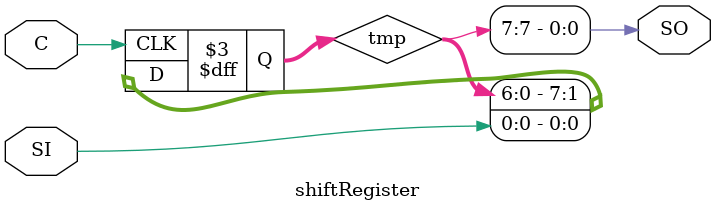
<source format=v>
`timescale 1ns / 1ps

module shiftRegister (C, SI, SO); 
input C,SI;
output SO;
reg [7:0] tmp;

  always @(posedge C)
    begin
      tmp = tmp << 1;
      tmp[0] = SI;
    end
    assign SO  = tmp[7];
endmodule

</source>
